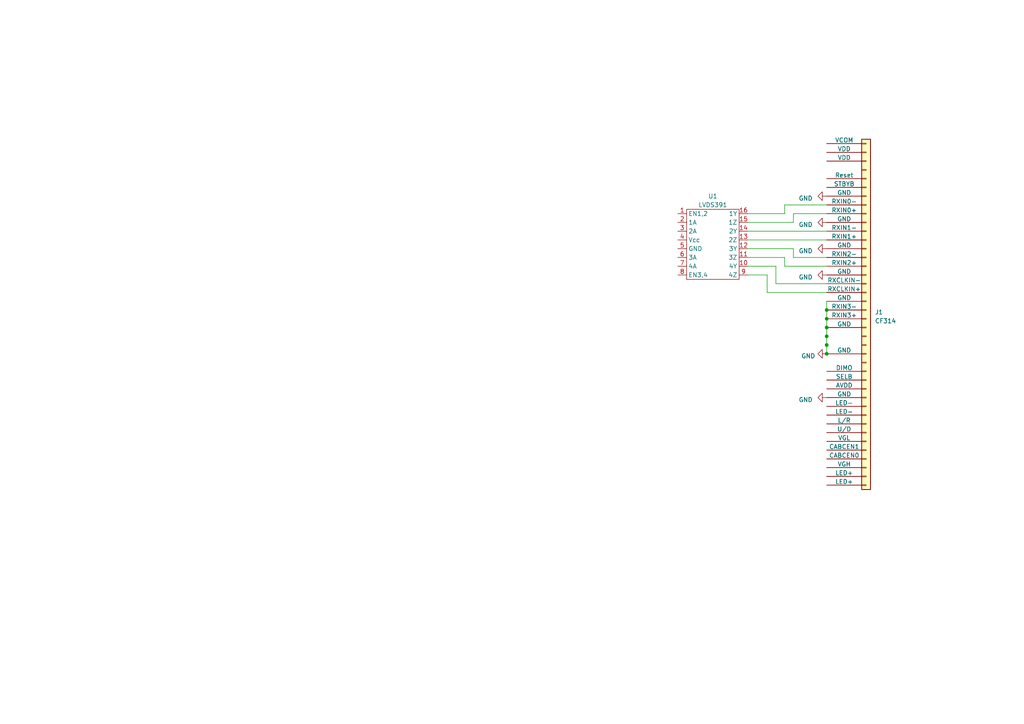
<source format=kicad_sch>
(kicad_sch (version 20230121) (generator eeschema)
  (paper "A4")
  (lib_symbols
    (symbol "Connector_Generic:Conn_01x40" (pin_numbers hide) (pin_names (offset 0))
      (property "Reference" "J1" (at 2.54 1.905 0))
      (property "Value" "CF314" (at 2.54 -0.635 0))
      (symbol "Conn_01x40_1_1"
        (rectangle (start -1.27 -48.133) (end 0 -48.387) (stroke (width 0.1524)))
        (rectangle (start -1.27 -45.593) (end 0 -45.847) (stroke (width 0.1524)))
        (rectangle (start -1.27 -43.053) (end 0 -43.307) (stroke (width 0.1524)))
        (rectangle (start -1.27 -40.513) (end 0 -40.767) (stroke (width 0.1524)))
        (rectangle (start -1.27 -37.973) (end 0 -38.227) (stroke (width 0.1524)))
        (rectangle (start -1.27 -35.433) (end 0 -35.687) (stroke (width 0.1524)))
        (rectangle (start -1.27 -32.893) (end 0 -33.147) (stroke (width 0.1524)))
        (rectangle (start -1.27 -30.353) (end 0 -30.607) (stroke (width 0.1524)))
        (rectangle (start -1.27 -27.813) (end 0 -28.067) (stroke (width 0.1524)))
        (rectangle (start -1.27 -25.273) (end 0 -25.527) (stroke (width 0.1524)))
        (rectangle (start -1.27 -22.733) (end 0 -22.987) (stroke (width 0.1524)))
        (rectangle (start -1.27 -20.193) (end 0 -20.447) (stroke (width 0.1524)))
        (rectangle (start -1.27 -17.653) (end 0 -17.907) (stroke (width 0.1524)))
        (rectangle (start -1.27 -15.113) (end 0 -15.367) (stroke (width 0.1524)))
        (rectangle (start -1.27 -12.573) (end 0 -12.827) (stroke (width 0.1524)))
        (rectangle (start -1.27 -10.033) (end 0 -10.287) (stroke (width 0.1524)))
        (rectangle (start -1.27 -7.493) (end 0 -7.747) (stroke (width 0.1524)))
        (rectangle (start -1.27 -4.953) (end 0 -5.207) (stroke (width 0.1524)))
        (rectangle (start -1.27 -2.413) (end 0 -2.667) (stroke (width 0.1524)))
        (rectangle (start -1.27 0.127) (end 0 -0.127) (stroke (width 0.1524)))
        (rectangle (start -1.27 2.667) (end 0 2.413) (stroke (width 0.1524)))
        (rectangle (start -1.27 5.207) (end 0 4.953) (stroke (width 0.1524)))
        (rectangle (start -1.27 7.747) (end 0 7.493) (stroke (width 0.1524)))
        (rectangle (start -1.27 10.287) (end 0 10.033) (stroke (width 0.1524)))
        (rectangle (start -1.27 12.827) (end 0 12.573) (stroke (width 0.1524)))
        (rectangle (start -1.27 15.367) (end 0 15.113) (stroke (width 0.1524)))
        (rectangle (start -1.27 17.907) (end 0 17.653) (stroke (width 0.1524)))
        (rectangle (start -1.27 20.447) (end 0 20.193) (stroke (width 0.1524)))
        (rectangle (start -1.27 22.987) (end 0 22.733) (stroke (width 0.1524)))
        (rectangle (start -1.27 25.527) (end 0 25.273) (stroke (width 0.1524)))
        (rectangle (start -1.27 28.067) (end 0 27.813) (stroke (width 0.1524)))
        (rectangle (start -1.27 30.607) (end 0 30.353) (stroke (width 0.1524)))
        (rectangle (start -1.27 33.147) (end 0 32.893) (stroke (width 0.1524)))
        (rectangle (start -1.27 35.687) (end 0 35.433) (stroke (width 0.1524)))
        (rectangle (start -1.27 38.227) (end 0 37.973) (stroke (width 0.1524)))
        (rectangle (start -1.27 40.767) (end 0 40.513) (stroke (width 0.1524)))
        (rectangle (start -1.27 43.307) (end 0 43.053) (stroke (width 0.1524)))
        (rectangle (start -1.27 45.847) (end 0 45.593) (stroke (width 0.1524)))
        (rectangle (start -1.27 48.387) (end 0 48.133) (stroke (width 0.1524)))
        (rectangle (start -1.27 50.927) (end 0 50.673) (stroke (width 0.1524)))
        (rectangle (start -1.27 52.07) (end 1.27 -49.53) (stroke (width 0.254)) (fill (type background)))
        (pin passive line (at -11.43 50.8 0) (length 10.16) (name "VCOM") (number "1"))
        (pin passive line (at -11.43 27.94 0) (length 10.16) (name "GND") (number "10"))
        (pin passive line (at -11.43 25.4 0) (length 10.16) (name "RXIN1-") (number "11"))
        (pin passive line (at -11.43 22.86 0) (length 10.16) (name "RXIN1+") (number "12"))
        (pin passive line (at -11.43 20.32 0) (length 10.16) (name "GND") (number "13"))
        (pin passive line (at -11.43 17.78 0) (length 10.16) (name "RXIN2-") (number "14"))
        (pin passive line (at -11.43 15.24 0) (length 10.16) (name "RXIN2+") (number "15"))
        (pin passive line (at -11.43 12.7 0) (length 10.16) (name "GND") (number "16"))
        (pin passive line (at -11.43 10.16 0) (length 10.16) (name "RXCLKIN-") (number "17"))
        (pin passive line (at -11.43 7.62 0) (length 10.16) (name "RXCLKIN+") (number "18"))
        (pin passive line (at -11.43 5.08 0) (length 10.16) (name "GND") (number "19"))
        (pin passive line (at -11.43 48.26 0) (length 10.16) (name "VDD") (number "2"))
        (pin passive line (at -11.43 2.54 0) (length 10.16) (name "RXIN3-") (number "20"))
        (pin passive line (at -11.43 0 0) (length 10.16) (name "RXIN3+") (number "21"))
        (pin passive line (at -11.43 -2.54 0) (length 10.16) (name "GND") (number "22"))
        (pin passive line (at -11.43 -5.08 0) (length 10.16) hide (name "NC") (number "23"))
        (pin passive line (at -11.43 -7.62 0) (length 10.16) hide (name "NC") (number "24"))
        (pin passive line (at -11.43 -10.16 0) (length 10.16) (name "GND") (number "25"))
        (pin passive line (at -11.43 -12.7 0) (length 10.16) hide (name "NC") (number "26"))
        (pin passive line (at -11.43 -15.24 0) (length 10.16) (name "DIMO") (number "27"))
        (pin passive line (at -11.43 -17.78 0) (length 10.16) (name "SELB") (number "28"))
        (pin passive line (at -11.43 -20.32 0) (length 10.16) (name "AVDD") (number "29"))
        (pin passive line (at -11.43 45.72 0) (length 10.16) (name "VDD") (number "3"))
        (pin passive line (at -11.43 -22.86 0) (length 10.16) (name "GND") (number "30"))
        (pin passive line (at -11.43 -25.4 0) (length 10.16) (name "LED-") (number "31"))
        (pin passive line (at -11.43 -27.94 0) (length 10.16) (name "LED-") (number "32"))
        (pin passive line (at -11.43 -30.48 0) (length 10.16) (name "L/R") (number "33"))
        (pin passive line (at -11.43 -33.02 0) (length 10.16) (name "U/D") (number "34"))
        (pin passive line (at -11.43 -35.56 0) (length 10.16) (name "VGL") (number "35"))
        (pin passive line (at -11.43 -38.1 0) (length 10.16) (name "CABCEN1") (number "36"))
        (pin passive line (at -11.43 -40.64 0) (length 10.16) (name "CABCEN0") (number "37"))
        (pin passive line (at -11.43 -43.18 0) (length 10.16) (name "VGH") (number "38"))
        (pin passive line (at -11.43 -45.72 0) (length 10.16) (name "LED+") (number "39"))
        (pin passive line (at -11.43 43.18 0) (length 10.16) hide (name "NC") (number "4"))
        (pin passive line (at -11.43 -48.26 0) (length 10.16) (name "LED+") (number "40"))
        (pin passive line (at -11.43 40.64 0) (length 10.16) (name "Reset") (number "5"))
        (pin passive line (at -11.43 38.1 0) (length 10.16) (name "STBYB") (number "6"))
        (pin passive line (at -11.43 35.56 0) (length 10.16) (name "GND") (number "7"))
        (pin passive line (at -11.43 33.02 0) (length 10.16) (name "RXIN0-") (number "8"))
        (pin passive line (at -11.43 30.48 0) (length 10.16) (name "RXIN0+") (number "9"))
      )
    )
    (symbol "custom:LVDS391"
      (property "Reference" "U" (at 0 13.97 0))
      (property "Value" "LVDS391" (at 0 11.43 0))
      (symbol "LVDS391_0_1"
        (rectangle (start -7.62 10.16) (end 7.62 -10.16))
      )
      (symbol "LVDS391_1_1"
        (pin input line (at -10.16 8.89 0) (length 2.54) (name "EN1,2") (number "1"))
        (pin output line (at 10.16 -6.35 180) (length 2.54) (name "4Y") (number "10"))
        (pin output line (at 10.16 -3.81 180) (length 2.54) (name "3Z") (number "11"))
        (pin output line (at 10.16 -1.27 180) (length 2.54) (name "3Y") (number "12"))
        (pin output line (at 10.16 1.27 180) (length 2.54) (name "2Z") (number "13"))
        (pin output line (at 10.16 3.81 180) (length 2.54) (name "2Y") (number "14"))
        (pin output line (at 10.16 6.35 180) (length 2.54) (name "1Z") (number "15"))
        (pin output line (at 10.16 8.89 180) (length 2.54) (name "1Y") (number "16"))
        (pin input line (at -10.16 6.35 0) (length 2.54) (name "1A") (number "2"))
        (pin input line (at -10.16 3.81 0) (length 2.54) (name "2A") (number "3"))
        (pin power_in line (at -10.16 1.27 0) (length 2.54) (name "Vcc") (number "4"))
        (pin power_in line (at -10.16 -1.27 0) (length 2.54) (name "GND") (number "5"))
        (pin input line (at -10.16 -3.81 0) (length 2.54) (name "3A") (number "6"))
        (pin input line (at -10.16 -6.35 0) (length 2.54) (name "4A") (number "7"))
        (pin input line (at -10.16 -8.89 0) (length 2.54) (name "EN3,4") (number "8"))
        (pin output line (at 10.16 -8.89 180) (length 2.54) (name "4Z") (number "9"))
      )
    )
    (symbol "power:GND" (power) (pin_names (offset 0))
      (property "Value" "GND" (at 0 -3.81 0))
      (symbol "GND_0_1"
        (polyline (pts (xy 0 0) (xy 0 -1.27) (xy 1.27 -1.27) (xy 0 -2.54) (xy -1.27 -1.27) (xy 0 -1.27)))
      )
      (symbol "GND_1_1"
        (pin power_in line (at 0 0 270) (length 0) hide (name "GND") (number "1"))
      )
    )
  )
  (junction (at 239.776 92.456))
  (junction (at 239.776 102.616))
  (junction (at 239.776 100.076))
  (junction (at 239.776 97.536))
  (junction (at 239.776 89.916))
  (junction (at 239.776 94.996))
  (wire (pts (xy 227.584 59.436) (xy 239.776 59.436)))
  (wire (pts (xy 230.124 72.136) (xy 230.124 74.676)))
  (wire (pts (xy 230.124 74.676) (xy 239.776 74.676)))
  (wire (pts (xy 227.584 61.976) (xy 227.584 59.436)))
  (wire (pts (xy 216.916 64.516) (xy 230.124 64.516)))
  (wire (pts (xy 239.776 92.456) (xy 239.776 89.916)))
  (wire (pts (xy 227.584 77.216) (xy 239.776 77.216)))
  (wire (pts (xy 239.776 97.536) (xy 239.776 100.076)))
  (wire (pts (xy 216.916 69.596) (xy 239.776 69.596)))
  (wire (pts (xy 239.776 89.916) (xy 239.776 87.376)))
  (wire (pts (xy 239.776 100.076) (xy 239.776 102.616)))
  (wire (pts (xy 216.916 72.136) (xy 230.124 72.136)))
  (wire (pts (xy 216.916 61.976) (xy 227.584 61.976)))
  (wire (pts (xy 216.916 79.756) (xy 222.504 79.756)))
  (wire (pts (xy 225.044 77.216) (xy 225.044 82.296)))
  (wire (pts (xy 216.916 77.216) (xy 225.044 77.216)))
  (wire (pts (xy 239.776 94.996) (xy 239.776 92.456)))
  (wire (pts (xy 216.916 67.056) (xy 239.776 67.056)))
  (wire (pts (xy 222.504 79.756) (xy 222.504 84.836)))
  (wire (pts (xy 239.776 94.996) (xy 239.776 97.536)))
  (wire (pts (xy 225.044 82.296) (xy 239.776 82.296)))
  (wire (pts (xy 230.124 61.976) (xy 239.776 61.976)))
  (wire (pts (xy 216.916 74.676) (xy 227.584 74.676)))
  (wire (pts (xy 230.124 64.516) (xy 230.124 61.976)))
  (wire (pts (xy 227.584 74.676) (xy 227.584 77.216)))
  (wire (pts (xy 222.504 84.836) (xy 239.776 84.836)))
  (symbol (lib_id "power:GND") (at 239.776 72.136 270) (unit 1)
    (property "Reference" "#PWR02" (effects hide))
    (property "Value" "GND" (at 235.712 72.771 90) (effects (justify right)))
  )
  (symbol (lib_id "power:GND") (at 239.776 56.896 270) (unit 1)
    (property "Reference" "#PWR05" (effects hide))
    (property "Value" "GND" (at 235.712 57.531 90) (effects (justify right)))
  )
  (symbol (lib_id "power:GND") (at 239.776 79.756 270) (unit 1)
    (property "Reference" "#PWR01" (effects hide))
    (property "Value" "GND" (at 235.712 80.391 90) (effects (justify right)))
  )
  (symbol (lib_id "power:GND") (at 239.776 102.616 270) (unit 1)
    (property "Reference" "#PWR03" (effects hide))
    (property "Value" "GND" (at 236.474 103.251 90) (effects (justify right)))
  )
  (symbol (lib_id "custom:LVDS391") (at 206.756 70.866 0) (unit 1)
    (property "Reference" "U1" (at 206.756 56.896 0))
    (property "Value" "LVDS391" (at 206.756 59.436 0))
    (property "Footprint" "custom:PW16" (effects hide))
    (property "Datasheet" "https://www.ti.com/lit/ds/symlink/sn65lvds387.pdf?ts=1704479809106&ref_url=https%253A%252F%252Fwww.mouser.com%252F" (effects hide))
  )
  (symbol (lib_id "power:GND") (at 239.776 64.516 270) (unit 1)
    (property "Reference" "#PWR04" (effects hide))
    (property "Value" "GND" (at 235.712 65.151 90) (effects (justify right)))
  )
  (symbol (lib_id "power:GND") (at 239.776 115.316 270) (unit 1)
    (property "Reference" "#PWR06" (effects hide))
    (property "Value" "GND" (at 235.712 115.951 90) (effects (justify right)))
  )
  (symbol (lib_id "Connector_Generic:Conn_01x40") (at 251.206 92.456 0) (unit 1)
    (property "Reference" "J1" (at 253.746 90.551 0) (effects (justify left)))
    (property "Value" "CF314" (at 253.746 93.091 0) (effects (justify left)))
    (property "Footprint" "custom:CF3103S_40pin" (effects hide))
    (property "Datasheet" "${KIPRJMOD}/datasheets/HJ080IA-01E.pdf" (effects hide))
  )
)
</source>
